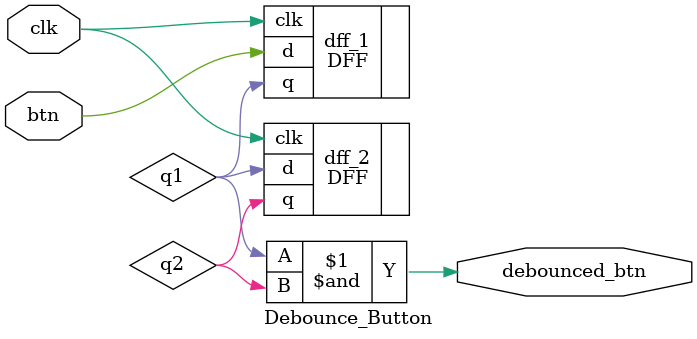
<source format=v>
`timescale 1ns / 1ps


module Debounce_Button(
    input clk,
    input btn,
    output debounced_btn
    );
    wire q1;
    wire q2;
    
    DFF dff_1 (.clk(clk), .d(btn), .q(q1));
    DFF dff_2 (.clk(clk), .d(q1), .q(q2));
    
    assign debounced_btn = q1 & q2;
endmodule

</source>
